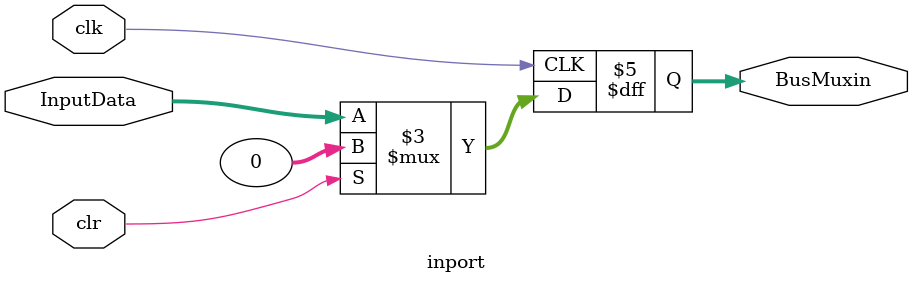
<source format=v>
module inport(
  input clk, clr,
  input [31:0] InputData,
  output [31:0] BusMuxin
);
  
 always @ (posedge clk) begin
  if (clr) begin
	  BusMuxin <= 32'h00000000;
  end
  else  begin
	  BusMuxin <= InputData;
  end
end
endmodule

</source>
